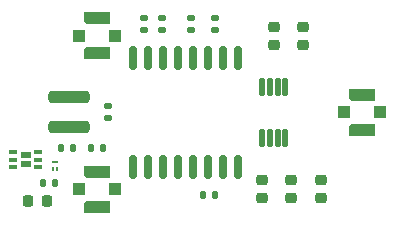
<source format=gbp>
%TF.GenerationSoftware,KiCad,Pcbnew,7.0.1*%
%TF.CreationDate,2023-03-24T10:32:53-04:00*%
%TF.ProjectId,wingbeat_detector,77696e67-6265-4617-945f-646574656374,3.0*%
%TF.SameCoordinates,Original*%
%TF.FileFunction,Paste,Bot*%
%TF.FilePolarity,Positive*%
%FSLAX46Y46*%
G04 Gerber Fmt 4.6, Leading zero omitted, Abs format (unit mm)*
G04 Created by KiCad (PCBNEW 7.0.1) date 2023-03-24 10:32:53*
%MOMM*%
%LPD*%
G01*
G04 APERTURE LIST*
G04 Aperture macros list*
%AMRoundRect*
0 Rectangle with rounded corners*
0 $1 Rounding radius*
0 $2 $3 $4 $5 $6 $7 $8 $9 X,Y pos of 4 corners*
0 Add a 4 corners polygon primitive as box body*
4,1,4,$2,$3,$4,$5,$6,$7,$8,$9,$2,$3,0*
0 Add four circle primitives for the rounded corners*
1,1,$1+$1,$2,$3*
1,1,$1+$1,$4,$5*
1,1,$1+$1,$6,$7*
1,1,$1+$1,$8,$9*
0 Add four rect primitives between the rounded corners*
20,1,$1+$1,$2,$3,$4,$5,0*
20,1,$1+$1,$4,$5,$6,$7,0*
20,1,$1+$1,$6,$7,$8,$9,0*
20,1,$1+$1,$8,$9,$2,$3,0*%
%AMOutline5P*
0 Free polygon, 5 corners , with rotation*
0 The origin of the aperture is its center*
0 number of corners: always 5*
0 $1 to $10 corner X, Y*
0 $11 Rotation angle, in degrees counterclockwise*
0 create outline with 5 corners*
4,1,5,$1,$2,$3,$4,$5,$6,$7,$8,$9,$10,$1,$2,$11*%
%AMOutline6P*
0 Free polygon, 6 corners , with rotation*
0 The origin of the aperture is its center*
0 number of corners: always 6*
0 $1 to $12 corner X, Y*
0 $13 Rotation angle, in degrees counterclockwise*
0 create outline with 6 corners*
4,1,6,$1,$2,$3,$4,$5,$6,$7,$8,$9,$10,$11,$12,$1,$2,$13*%
%AMOutline7P*
0 Free polygon, 7 corners , with rotation*
0 The origin of the aperture is its center*
0 number of corners: always 7*
0 $1 to $14 corner X, Y*
0 $15 Rotation angle, in degrees counterclockwise*
0 create outline with 7 corners*
4,1,7,$1,$2,$3,$4,$5,$6,$7,$8,$9,$10,$11,$12,$13,$14,$1,$2,$15*%
%AMOutline8P*
0 Free polygon, 8 corners , with rotation*
0 The origin of the aperture is its center*
0 number of corners: always 8*
0 $1 to $16 corner X, Y*
0 $17 Rotation angle, in degrees counterclockwise*
0 create outline with 8 corners*
4,1,8,$1,$2,$3,$4,$5,$6,$7,$8,$9,$10,$11,$12,$13,$14,$15,$16,$1,$2,$17*%
G04 Aperture macros list end*
%ADD10RoundRect,0.140000X0.170000X-0.140000X0.170000X0.140000X-0.170000X0.140000X-0.170000X-0.140000X0*%
%ADD11RoundRect,0.225000X-0.225000X-0.250000X0.225000X-0.250000X0.225000X0.250000X-0.225000X0.250000X0*%
%ADD12RoundRect,0.135000X0.185000X-0.135000X0.185000X0.135000X-0.185000X0.135000X-0.185000X-0.135000X0*%
%ADD13RoundRect,0.225000X0.250000X-0.225000X0.250000X0.225000X-0.250000X0.225000X-0.250000X-0.225000X0*%
%ADD14RoundRect,0.135000X-0.135000X-0.185000X0.135000X-0.185000X0.135000X0.185000X-0.135000X0.185000X0*%
%ADD15R,0.820000X0.630000*%
%ADD16R,0.650000X0.350000*%
%ADD17R,1.050000X1.000000*%
%ADD18Outline5P,-0.525000X1.100000X0.525000X1.100000X0.525000X-0.837500X0.262500X-1.100000X-0.525000X-1.100000X270.000000*%
%ADD19Outline5P,-0.525000X1.100000X0.525000X1.100000X0.525000X-1.100000X-0.262500X-1.100000X-0.525000X-0.837500X270.000000*%
%ADD20RoundRect,0.135000X0.135000X0.185000X-0.135000X0.185000X-0.135000X-0.185000X0.135000X-0.185000X0*%
%ADD21RoundRect,0.250000X-1.500000X-0.250000X1.500000X-0.250000X1.500000X0.250000X-1.500000X0.250000X0*%
%ADD22RoundRect,0.028200X0.206800X-0.681800X0.206800X0.681800X-0.206800X0.681800X-0.206800X-0.681800X0*%
%ADD23RoundRect,0.150000X0.150000X-0.875000X0.150000X0.875000X-0.150000X0.875000X-0.150000X-0.875000X0*%
%ADD24RoundRect,0.140000X-0.170000X0.140000X-0.170000X-0.140000X0.170000X-0.140000X0.170000X0.140000X0*%
%ADD25RoundRect,0.225000X-0.250000X0.225000X-0.250000X-0.225000X0.250000X-0.225000X0.250000X0.225000X0*%
%ADD26RoundRect,0.030000X-0.045000X-0.095000X0.045000X-0.095000X0.045000X0.095000X-0.045000X0.095000X0*%
%ADD27RoundRect,0.050000X-0.200000X-0.075000X0.200000X-0.075000X0.200000X0.075000X-0.200000X0.075000X0*%
G04 APERTURE END LIST*
D10*
%TO.C,C7*%
X148500000Y-92980000D03*
X148500000Y-92020000D03*
%TD*%
D11*
%TO.C,C13*%
X137225000Y-107500000D03*
X138775000Y-107500000D03*
%TD*%
D12*
%TO.C,R3*%
X151000000Y-93010000D03*
X151000000Y-91990000D03*
%TD*%
D13*
%TO.C,C4*%
X160500000Y-94275000D03*
X160500000Y-92725000D03*
%TD*%
%TO.C,C5*%
X157000000Y-107275000D03*
X157000000Y-105725000D03*
%TD*%
%TO.C,C1*%
X158000000Y-94275000D03*
X158000000Y-92725000D03*
%TD*%
D12*
%TO.C,R6*%
X153000000Y-93010000D03*
X153000000Y-91990000D03*
%TD*%
D14*
%TO.C,R4*%
X151990000Y-107000000D03*
X153010000Y-107000000D03*
%TD*%
D15*
%TO.C,U6*%
X137000000Y-103600000D03*
X137000000Y-104400000D03*
D16*
X135950000Y-104650000D03*
X135950000Y-104000000D03*
X135950000Y-103350000D03*
X138050000Y-103350000D03*
X138050000Y-104000000D03*
X138050000Y-104650000D03*
%TD*%
D17*
%TO.C,J3*%
X141475000Y-93500000D03*
D18*
X143000000Y-92025000D03*
D17*
X144525000Y-93500000D03*
D19*
X143000000Y-94975000D03*
%TD*%
D20*
%TO.C,R17*%
X143510000Y-103000000D03*
X142490000Y-103000000D03*
%TD*%
D21*
%TO.C,D2*%
X140675000Y-101270000D03*
X140675000Y-98730000D03*
%TD*%
D22*
%TO.C,U1*%
X158975000Y-102165000D03*
X158325000Y-102165000D03*
X157675000Y-102165000D03*
X157025000Y-102165000D03*
X157025000Y-97835000D03*
X157675000Y-97835000D03*
X158325000Y-97835000D03*
X158975000Y-97835000D03*
%TD*%
D23*
%TO.C,U3*%
X154945000Y-104650000D03*
X153675000Y-104650000D03*
X152405000Y-104650000D03*
X151135000Y-104650000D03*
X149865000Y-104650000D03*
X148595000Y-104650000D03*
X147325000Y-104650000D03*
X146055000Y-104650000D03*
X146055000Y-95350000D03*
X147325000Y-95350000D03*
X148595000Y-95350000D03*
X149865000Y-95350000D03*
X151135000Y-95350000D03*
X152405000Y-95350000D03*
X153675000Y-95350000D03*
X154945000Y-95350000D03*
%TD*%
D17*
%TO.C,J4*%
X141475000Y-106500000D03*
D18*
X143000000Y-105025000D03*
D17*
X144525000Y-106500000D03*
D19*
X143000000Y-107975000D03*
%TD*%
D17*
%TO.C,J2*%
X163975000Y-100000000D03*
D18*
X165500000Y-98525000D03*
D17*
X167025000Y-100000000D03*
D19*
X165500000Y-101475000D03*
%TD*%
D14*
%TO.C,R16*%
X139990000Y-103000000D03*
X141010000Y-103000000D03*
%TD*%
%TO.C,R15*%
X138490000Y-106000000D03*
X139510000Y-106000000D03*
%TD*%
D24*
%TO.C,C9*%
X147000000Y-92020000D03*
X147000000Y-92980000D03*
%TD*%
D12*
%TO.C,R8*%
X144000000Y-100510000D03*
X144000000Y-99490000D03*
%TD*%
D25*
%TO.C,C2*%
X162000000Y-105725000D03*
X162000000Y-107275000D03*
%TD*%
D26*
%TO.C,Q1*%
X139675000Y-104825000D03*
X139325000Y-104825000D03*
D27*
X139500000Y-104175000D03*
%TD*%
D25*
%TO.C,C3*%
X159500000Y-105725000D03*
X159500000Y-107275000D03*
%TD*%
M02*

</source>
